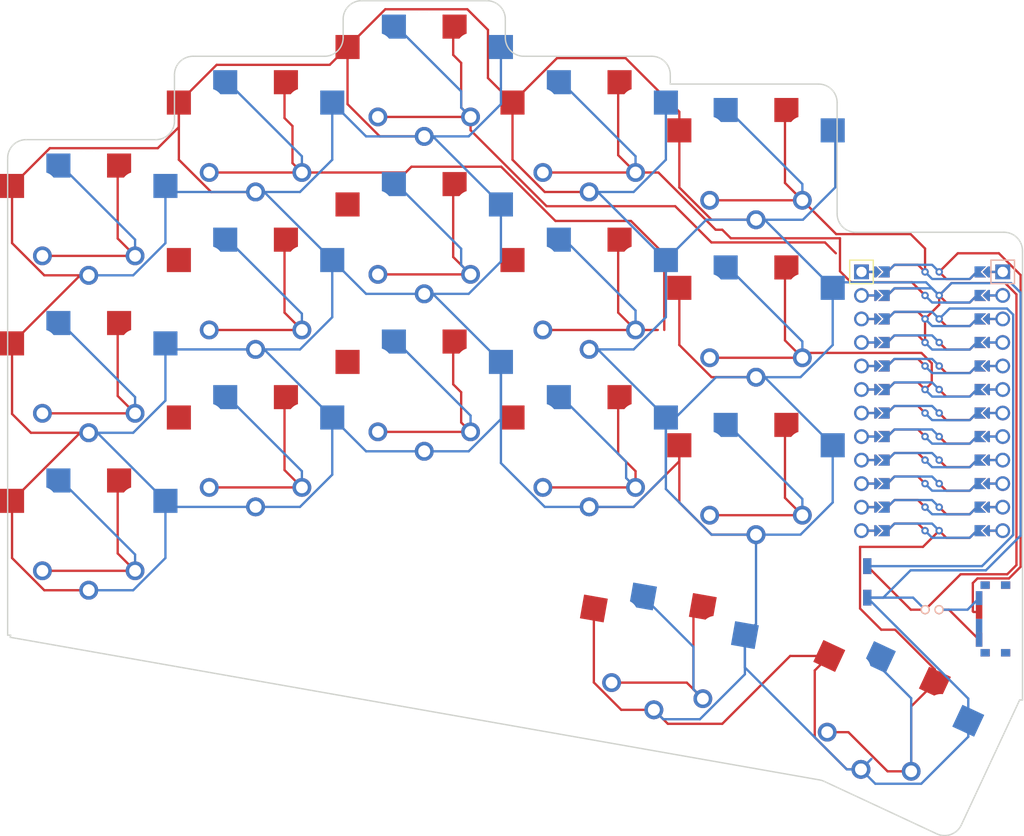
<source format=kicad_pcb>
(kicad_pcb (version 20211014) (generator pcbnew)
  (title_block (title "lazy_ferris") (rev "v1.0.0") (company "Unknown"))
  (layers (0 "F.Cu" signal) (31 "B.Cu" signal) (34 "B.Paste" user) (35 "F.Paste" user) (36 "B.SilkS" user "B.Silkscreen") (37 "F.SilkS" user "F.Silkscreen") (38 "B.Mask" user) (39 "F.Mask" user) (44 "Edge.Cuts" user))
  (net 0 "")
  (net 1 "P16")
  (net 2 "GND")
  (net 3 "P5")
  (net 4 "P20")
  (net 5 "P7")
  (net 6 "P18")
  (net 7 "P2")
  (net 8 "P14")
  (net 9 "P4")
  (net 10 "P21")
  (net 11 "P6")
  (net 12 "P19")
  (net 13 "P0")
  (net 14 "P15")
  (net 15 "P3")
  (net 16 "P1")
  (net 17 "P8")
  (net 18 "P10")
  (net 19 "RAW")
  (net 20 "RST")
  (net 21 "VCC")
  (net 22 "P9")
  (net 23 "pos")
  (footprint "lib:bat" (layer "F.Cu") (at 109 8 -90)
    (fp_text reference "")
    (fp_text value "")
  )
  (footprint "PG1350" (layer "F.Cu") (at 90 -23)
    (fp_text reference "S27" hide)
    (fp_text value "" hide)
  )
  (footprint "Button_Switch_SMD:SW_SPST_B3U-1000P" (layer "F.Cu") (at 102 5 -90)
    (fp_text reference "")
    (fp_text value "")
  )
  (footprint "PG1350" (layer "F.Cu") (at 18 0 180)
    (fp_text reference "S2" hide)
    (fp_text value "" hide)
  )
  (footprint "PG1350" (layer "F.Cu") (at 72 -43 180)
    (fp_text reference "S24" hide)
    (fp_text value "" hide)
  )
  (footprint "PG1350" (layer "F.Cu") (at 36 -43 180)
    (fp_text reference "S12" hide)
    (fp_text value "" hide)
  )
  (footprint "PG1350" (layer "F.Cu") (at 72 -26)
    (fp_text reference "S21" hide)
    (fp_text value "" hide)
  )
  (footprint "PG1350" (layer "F.Cu") (at 54.2 -49 180)
    (fp_text reference "S18" hide)
    (fp_text value "" hide)
  )
  (footprint "PG1350" (layer "F.Cu") (at 18 -34 180)
    (fp_text reference "S6" hide)
    (fp_text value "" hide)
  )
  (footprint "PG1350" (layer "F.Cu") (at 72 -9)
    (fp_text reference "S19" hide)
    (fp_text value "" hide)
  )
  (footprint "PG1350" (layer "F.Cu") (at 72 -43)
    (fp_text reference "S23" hide)
    (fp_text value "" hide)
  )
  (footprint "PG1350" (layer "F.Cu") (at 18 0)
    (fp_text reference "S1" hide)
    (fp_text value "" hide)
  )
  (footprint "PG1350" (layer "F.Cu") (at 36 -26 180)
    (fp_text reference "S10" hide)
    (fp_text value "" hide)
  )
  (footprint "PG1350" (layer "F.Cu") (at 18 -17 180)
    (fp_text reference "S4" hide)
    (fp_text value "" hide)
  )
  (footprint "PG1350" (layer "F.Cu") (at 36 -9)
    (fp_text reference "S7" hide)
    (fp_text value "" hide)
  )
  (footprint "PG1350" (layer "F.Cu") (at 72 -9 180)
    (fp_text reference "S20" hide)
    (fp_text value "" hide)
  )
  (footprint "PG1350" (layer "F.Cu") (at 80 13 -10)
    (fp_text reference "S31" hide)
    (fp_text value "" hide)
  )
  (footprint "PG1350" (layer "F.Cu") (at 54.2 -49)
    (fp_text reference "S17" hide)
    (fp_text value "" hide)
  )
  (footprint "PG1350" (layer "F.Cu") (at 103.816891 19.893564 -25)
    (fp_text reference "S33" hide)
    (fp_text value "" hide)
  )
  (footprint "PG1350" (layer "F.Cu") (at 54.2 -15)
    (fp_text reference "S13" hide)
    (fp_text value "" hide)
  )
  (footprint "PG1350" (layer "F.Cu") (at 54.2 -32 180)
    (fp_text reference "S16" hide)
    (fp_text value "" hide)
  )
  (footprint "PG1350" (layer "F.Cu") (at 36 -9 180)
    (fp_text reference "S8" hide)
    (fp_text value "" hide)
  )
  (footprint "PG1350" (layer "F.Cu") (at 90 -6 180)
    (fp_text reference "S26" hide)
    (fp_text value "" hide)
  )
  (footprint "PG1350" (layer "F.Cu") (at 36 -26)
    (fp_text reference "S9" hide)
    (fp_text value "" hide)
  )
  (footprint "PG1350" (layer "F.Cu") (at 54.2 -32)
    (fp_text reference "S15" hide)
    (fp_text value "" hide)
  )
  (footprint "PG1350" (layer "F.Cu") (at 90 -23 180)
    (fp_text reference "S28" hide)
    (fp_text value "" hide)
  )
  (footprint "Button_Switch_SMD:SW_SPDT_PCM12" (layer "F.Cu") (at 115.5 9 90)
    (fp_text reference "")
    (fp_text value "")
  )
  (footprint "PG1350" (layer "F.Cu") (at 90 -6)
    (fp_text reference "S25" hide)
    (fp_text value "" hide)
  )
  (footprint "PG1350" (layer "F.Cu") (at 36 -43)
    (fp_text reference "S11" hide)
    (fp_text value "" hide)
  )
  (footprint "PG1350" (layer "F.Cu") (at 18 -17)
    (fp_text reference "S3" hide)
    (fp_text value "" hide)
  )
  (footprint "PG1350" (layer "F.Cu") (at 18 -34)
    (fp_text reference "S5" hide)
    (fp_text value "" hide)
  )
  (footprint "PG1350" (layer "F.Cu") (at 103.816891 19.893564 155)
    (fp_text reference "S34" hide)
    (fp_text value "" hide)
  )
  (footprint "PG1350" (layer "F.Cu") (at 80 13 170)
    (fp_text reference "S32" hide)
    (fp_text value "" hide)
  )
  (footprint "PG1350" (layer "F.Cu") (at 72 -26 180)
    (fp_text reference "S22" hide)
    (fp_text value "" hide)
  )
  (footprint "PG1350" (layer "F.Cu") (at 90 -40 180)
    (fp_text reference "S30" hide)
    (fp_text value "" hide)
  )
  (footprint "PG1350" (layer "F.Cu") (at 54.2 -15 180)
    (fp_text reference "S14" hide)
    (fp_text value "" hide)
  )
  (footprint "ProMicro" (layer "F.Cu") (at 109 -14.5 -90)
    (fp_text reference "MCU1" hide)
    (fp_text value "")
  )
  (footprint "PG1350" (layer "F.Cu") (at 90 -40)
    (fp_text reference "S29" hide)
    (fp_text value "" hide)
  )
  (gr_arc (start 96.865975 26.382049) (mid 97.12009 26.444231) (end 97.363915 26.539049) (layer "Edge.Cuts") (width 0.15))
  (gr_line (start 9.25 10.75) (end 9.25 -40.75) (layer "Edge.Cuts") (width 0.15))
  (gr_line (start 80.75 -48.75) (end 96.75 -48.75) (layer "Edge.Cuts") (width 0.15))
  (gr_arc (start 9.25 -40.75) (mid 9.835786 -42.164214) (end 11.25 -42.75) (layer "Edge.Cuts") (width 0.15))
  (gr_line (start 97.363915 26.539049) (end 109.499266 32.197857) (layer "Edge.Cuts") (width 0.15))
  (gr_arc (start 78.75 -51.75) (mid 80.164214 -51.164214) (end 80.75 -49.75) (layer "Edge.Cuts") (width 0.15))
  (gr_line (start 27.25 -49.75) (end 27.25 -44.75) (layer "Edge.Cuts") (width 0.15))
  (gr_arc (start 60.95 -57.75) (mid 62.364214 -57.164214) (end 62.95 -55.75) (layer "Edge.Cuts") (width 0.15))
  (gr_line (start 60.95 -57.75) (end 47.45 -57.75) (layer "Edge.Cuts") (width 0.15))
  (gr_line (start 9.529765 10.982319) (end 96.865974 26.382049) (layer "Edge.Cuts") (width 0.15))
  (gr_arc (start 45.45 -53.75) (mid 44.864214 -52.335786) (end 43.45 -51.75) (layer "Edge.Cuts") (width 0.15))
  (gr_line (start 112.157118 31.230478) (end 118.443168 17.75) (layer "Edge.Cuts") (width 0.15))
  (gr_line (start 62.95 -53.75) (end 62.95 -55.75) (layer "Edge.Cuts") (width 0.15))
  (gr_line (start 9.57073 10.75) (end 9.25 10.75) (layer "Edge.Cuts") (width 0.15))
  (gr_arc (start 27.25 -49.75) (mid 27.835786 -51.164214) (end 29.25 -51.75) (layer "Edge.Cuts") (width 0.15))
  (gr_line (start 64.95 -51.75) (end 78.75 -51.75) (layer "Edge.Cuts") (width 0.15))
  (gr_line (start 118.75 17.75) (end 118.75 -30.75) (layer "Edge.Cuts") (width 0.15))
  (gr_line (start 9.529765 10.982319) (end 9.57073 10.75) (layer "Edge.Cuts") (width 0.15))
  (gr_arc (start 27.25 -44.75) (mid 26.664214 -43.335786) (end 25.25 -42.75) (layer "Edge.Cuts") (width 0.15))
  (gr_line (start 118.75 17.75) (end 118.443168 17.75) (layer "Edge.Cuts") (width 0.15))
  (gr_arc (start 112.157118 31.230478) (mid 111.028543 32.264626) (end 109.499266 32.197856) (layer "Edge.Cuts") (width 0.15))
  (gr_arc (start 96.75 -48.75) (mid 98.164214 -48.164214) (end 98.75 -46.75) (layer "Edge.Cuts") (width 0.15))
  (gr_line (start 98.75 -34.75) (end 98.75 -46.75) (layer "Edge.Cuts") (width 0.15))
  (gr_line (start 11.25 -42.75) (end 25.25 -42.75) (layer "Edge.Cuts") (width 0.15))
  (gr_line (start 80.75 -48.75) (end 80.75 -49.75) (layer "Edge.Cuts") (width 0.15))
  (gr_line (start 29.25 -51.75) (end 43.45 -51.75) (layer "Edge.Cuts") (width 0.15))
  (gr_arc (start 116.75 -32.75) (mid 118.164214 -32.164214) (end 118.75 -30.75) (layer "Edge.Cuts") (width 0.15))
  (gr_line (start 100.75 -32.75) (end 116.75 -32.75) (layer "Edge.Cuts") (width 0.15))
  (gr_arc (start 64.95 -51.75) (mid 63.535786 -52.335786) (end 62.95 -53.75) (layer "Edge.Cuts") (width 0.15))
  (gr_line (start 45.45 -55.75) (end 45.45 -53.75) (layer "Edge.Cuts") (width 0.15))
  (gr_arc (start 100.75 -32.75) (mid 99.335786 -33.335786) (end 98.75 -34.75) (layer "Edge.Cuts") (width 0.15))
  (gr_arc (start 45.45 -55.75) (mid 46.035786 -57.164214) (end 47.45 -57.75) (layer "Edge.Cuts") (width 0.15))
  (segment (start 21.124999 -5.799999) (end 21.275 -5.95) (width 0.25) (layer "F.Cu") (net 1))
  (segment (start 23 3.8) (end 21.124999 1.924999) (width 0.25) (layer "F.Cu") (net 1))
  (segment (start 21.124999 1.924999) (end 21.124999 -5.799999) (width 0.25) (layer "F.Cu") (net 1))
  (segment (start 23 3.8) (end 13 3.8) (width 0.25) (layer "F.Cu") (net 1))
  (segment (start 15.005001 -5.95) (end 14.725 -5.95) (width 0.25) (layer "B.Cu") (net 1))
  (segment (start 23 3.8) (end 23 2.044999) (width 0.25) (layer "B.Cu") (net 1))
  (segment (start 23 2.044999) (end 15.005001 -5.95) (width 0.25) (layer "B.Cu") (net 1))
  (segment (start 54.2 -43.1) (end 49.403539 -43.1) (width 0.25) (layer "F.Cu") (net 2))
  (segment (start 90 -0.1) (end 85.203539 -0.1) (width 0.25) (layer "F.Cu") (net 2))
  (segment (start 81.725 -9.75) (end 81.725 -8.028539) (width 0.25) (layer "F.Cu") (net 2))
  (segment (start 67.203539 -37.1) (end 63.725 -40.578539) (width 0.25) (layer "F.Cu") (net 2))
  (segment (start 109.762 -24.914) (end 108.238 -23.39) (width 0.25) (layer "F.Cu") (net 2))
  (segment (start 61.076382 -54.598618) (end 58.849999 -56.825001) (width 0.25) (layer "F.Cu") (net 2))
  (segment (start 18 -11.1) (end 11.76 -11.1) (width 0.25) (layer "F.Cu") (net 2))
  (segment (start 75.455974 18.810366) (end 78.975476 18.810366) (width 0.25) (layer "F.Cu") (net 2))
  (segment (start 86.36 20.32) (end 93.682256 12.997744) (width 0.25) (layer "F.Cu") (net 2))
  (segment (start 85.203539 -0.1) (end 81.725 -3.578539) (width 0.25) (layer "F.Cu") (net 2))
  (segment (start 18 -28.1) (end 13.203539 -28.1) (width 0.25) (layer "F.Cu") (net 2))
  (segment (start 78.975476 18.810366) (end 80.48511 20.32) (width 0.25) (layer "F.Cu") (net 2))
  (segment (start 96.338403 21.779903) (end 96.338403 14.561354) (width 0.25) (layer "F.Cu") (net 2))
  (segment (start 81.725 -20.578539) (end 81.725 -26.75) (width 0.25) (layer "F.Cu") (net 2))
  (segment (start 9.725 2.421461) (end 9.725 -3.75) (width 0.25) (layer "F.Cu") (net 2))
  (segment (start 81.725 -45.75) (end 75.925 -51.55) (width 0.25) (layer "F.Cu") (net 2))
  (segment (start 17.075 -28.1) (end 9.725 -20.75) (width 0.25) (layer "F.Cu") (net 2))
  (segment (start 118.1 -26.040991) (end 116.886991 -27.254) (width 0.25) (layer "F.Cu") (net 2))
  (segment (start 18 -28.1) (end 17.075 -28.1) (width 0.25) (layer "F.Cu") (net 2))
  (segment (start 63.725 -46.75) (end 61.076382 -49.398618) (width 0.25) (layer "F.Cu") (net 2))
  (segment (start 90 -17.1) (end 85.203539 -17.1) (width 0.25) (layer "F.Cu") (net 2))
  (segment (start 75.925 -51.55) (end 68.525 -51.55) (width 0.25) (layer "F.Cu") (net 2))
  (segment (start 96.338403 14.561354) (end 97.902013 12.997744) (width 0.25) (layer "F.Cu") (net 2))
  (segment (start 13.203539 5.9) (end 9.725 2.421461) (width 0.25) (layer "F.Cu") (net 2))
  (segment (start 101.323443 25.24078) (end 99.79928 25.24078) (width 0.25) (layer "F.Cu") (net 2))
  (segment (start 72.501897 7.870032) (end 72.501897 15.856289) (width 0.25) (layer "F.Cu") (net 2))
  (segment (start 49.403539 -43.1) (end 45.925 -46.578539) (width 0.25) (layer "F.Cu") (net 2))
  (segment (start 81.725 -3.578539) (end 81.725 -9.75) (width 0.25) (layer "F.Cu") (net 2))
  (segment (start 9.725 -13.135) (end 9.725 -20.75) (width 0.25) (layer "F.Cu") (net 2))
  (segment (start 106.7 8) (end 102 3.3) (width 0.25) (layer "F.Cu") (net 2))
  (segment (start 90 -34.1) (end 85.203539 -34.1) (width 0.25) (layer "F.Cu") (net 2))
  (segment (start 9.725 -31.578539) (end 9.725 -37.75) (width 0.25) (layer "F.Cu") (net 2))
  (segment (start 50.000001 -56.825001) (end 45.925 -52.75) (width 0.25) (layer "F.Cu") (net 2))
  (segment (start 63.725 -40.578539) (end 63.725 -46.75) (width 0.25) (layer "F.Cu") (net 2))
  (segment (start 27.725 -46.75) (end 27.725 -44.102306) (width 0.25) (layer "F.Cu") (net 2))
  (segment (start 45.925 -52.75) (end 44.000001 -50.825001) (width 0.25) (layer "F.Cu") (net 2))
  (segment (start 58.849999 -56.825001) (end 50.000001 -56.825001) (width 0.25) (layer "F.Cu") (net 2))
  (segment (start 17.075 -11.1) (end 9.725 -3.75) (width 0.25) (layer "F.Cu") (net 2))
  (segment (start 72.501897 15.856289) (end 75.455974 18.810366) (width 0.25) (layer "F.Cu") (net 2))
  (segment (start 112.075 4.175) (end 117.108604 4.175) (width 0.25) (layer "F.Cu") (net 2))
  (segment (start 27.725 -44.102306) (end 25.447695 -41.825001) (width 0.25) (layer "F.Cu") (net 2))
  (segment (start 76.796461 -3.1) (end 72 -3.1) (width 0.25) (layer "F.Cu") (net 2))
  (segment (start 44.000001 -50.825001) (end 31.800001 -50.825001) (width 0.25) (layer "F.Cu") (net 2))
  (segment (start 116.886991 -27.254) (end 111.086 -27.254) (width 0.25) (layer "F.Cu") (net 2))
  (segment (start 11.76 -11.1) (end 9.725 -13.135) (width 0.25) (layer "F.Cu") (net 2))
  (segment (start 31.203539 -37.1) (end 27.725 -40.578539) (width 0.25) (layer "F.Cu") (net 2))
  (segment (start 13.800001 -41.825001) (end 9.725 -37.75) (width 0.25) (layer "F.Cu") (net 2))
  (segment (start 81.725 -43.75) (end 81.725 -45.75) (width 0.25) (layer "F.Cu") (net 2))
  (segment (start 93.682256 12.997744) (end 97.902013 12.997744) (width 0.25) (layer "F.Cu") (net 2))
  (segment (start 61.076382 -49.398618) (end 61.076382 -54.598618) (width 0.25) (layer "F.Cu") (net 2))
  (segment (start 27.725 -40.578539) (end 27.725 -46.75) (width 0.25) (layer "F.Cu") (net 2))
  (segment (start 85.203539 -17.1) (end 81.725 -20.578539) (width 0.25) (layer "F.Cu") (net 2))
  (segment (start 18 -11.1) (end 17.075 -11.1) (width 0.25) (layer "F.Cu") (net 2))
  (segment (start 13.203539 -28.1) (end 9.725 -31.578539) (width 0.25) (layer "F.Cu") (net 2))
  (segment (start 31.800001 -50.825001) (end 27.725 -46.75) (width 0.25) (layer "F.Cu") (net 2))
  (segment (start 111.086 -27.254) (end 109.762 -25.93) (width 0.25) (layer "F.Cu") (net 2))
  (segment (start 36 -37.1) (end 31.203539 -37.1) (width 0.25) (layer "F.Cu") (net 2))
  (segment (start 118.1 3.183604) (end 118.1 -26.040991) (width 0.25) (layer "F.Cu") (net 2))
  (segment (start 81.725 -37.578539) (end 81.725 -43.75) (width 0.25) (layer "F.Cu") (net 2))
  (segment (start 108.25 8) (end 112.075 4.175) (width 0.25) (layer "F.Cu") (net 2))
  (segment (start 68.525 -51.55) (end 63.725 -46.75) (width 0.25) (layer "F.Cu") (net 2))
  (segment (start 85.203539 -34.1) (end 81.725 -37.578539) (width 0.25) (layer "F.Cu") (net 2))
  (segment (start 72 -37.1) (end 67.203539 -37.1) (width 0.25) (layer "F.Cu") (net 2))
  (segment (start 117.108604 4.175) (end 118.1 3.183604) (width 0.25) (layer "F.Cu") (net 2))
  (segment (start 109.762 -25.93) (end 109.762 -24.914) (width 0.25) (layer "F.Cu") (net 2))
  (segment (start 45.925 -46.578539) (end 45.925 -52.75) (width 0.25) (layer "F.Cu") (net 2))
  (segment (start 108.25 8) (end 106.7 8) (width 0.25) (layer "F.Cu") (net 2))
  (segment (start 108.238 -23.39) (end 108.238 -20.85) (width 0.25) (layer "F.Cu") (net 2))
  (segment (start 81.725 -8.028539) (end 76.796461 -3.1) (width 0.25) (layer "F.Cu") (net 2))
  (segment (start 25.447695 -41.825001) (end 13.800001 -41.825001) (width 0.25) (layer "F.Cu") (net 2))
  (segment (start 99.79928 25.24078) (end 96.338403 21.779903) (width 0.25) (layer "F.Cu") (net 2))
  (segment (start 80.48511 20.32) (end 86.36 20.32) (width 0.25) (layer "F.Cu") (net 2))
  (segment (start 18 5.9) (end 13.203539 5.9) (width 0.25) (layer "F.Cu") (net 2))
  (segment (start 72.925 -20.1) (end 80.275 -12.75) (width 0.25) (layer "B.Cu") (net 2))
  (segment (start 72 -37.1) (end 76.796461 -37.1) (width 0.25) (layer "B.Cu") (net 2))
  (segment (start 72 -20.1) (end 72.925 -20.1) (width 0.25) (layer "B.Cu") (net 2))
  (segment (start 106.95 6.7) (end 108.25 8) (width 0.25) (layer "B.Cu") (net 2))
  (segment (start 107.828375 26.791625) (end 112.901406 21.718594) (width 0.25) (layer "B.Cu") (net 2))
  (segment (start 85.203539 -0.1) (end 80.275 -5.028539) (width 0.25) (layer "B.Cu") (net 2))
  (segment (start 112.901406 21.718594) (end 112.901406 19.992076) (width 0.25) (layer "B.Cu") (net 2))
  (segment (start 94.796461 -17.1) (end 98.275 -20.578539) (width 0.25) (layer "B.Cu") (net 2))
  (segment (start 90 -17.1) (end 94.796461 -17.1) (width 0.25) (layer "B.Cu") (net 2))
  (segment (start 62.475 -7.828539) (end 62.475 -18.75) (width 0.25) (layer "B.Cu") (net 2))
  (segment (start 47.925 -26.1) (end 44.275 -29.75) (width 0.25) (layer "B.Cu") (net 2))
  (segment (start 102 6.7) (end 103.73 6.7) (width 0.25) (layer "B.Cu") (net 2))
  (segment (start 40.796461 -37.1) (end 44.275 -40.578539) (width 0.25) (layer "B.Cu") (net 2))
  (segment (start 54.2 -43.1) (end 55.125 -43.1) (width 0.25) (layer "B.Cu") (net 2))
  (segment (start 26.925 -37.1) (end 26.275 -37.75) (width 0.25) (layer "B.Cu") (net 2))
  (segment (start 84.625 -34.1) (end 90 -34.1) (width 0.25) (layer "B.Cu") (net 2))
  (segment (start 54.2 -26.1) (end 47.925 -26.1) (width 0.25) (layer "B.Cu") (net 2))
  (segment (start 94.796461 -0.1) (end 90 -0.1) (width 0.25) (layer "B.Cu") (net 2))
  (segment (start 95.06 -34.1) (end 98.55 -37.59) (width 0.25) (layer "B.Cu") (net 2))
  (segment (start 85.68 -17.1) (end 81.33 -12.75) (width 0.25) (layer "B.Cu") (net 2))
  (segment (start 90 -34.1) (end 95.06 -34.1) (width 0.25) (layer "B.Cu") (net 2))
  (segment (start 54.2 -9.1) (end 47.925 -9.1) (width 0.25) (layer "B.Cu") (net 2))
  (segment (start 18 -28.1) (end 22.796461 -28.1) (width 0.25) (layer "B.Cu") (net 2))
  (segment (start 72 -20.1) (end 76.796461 -20.1) (width 0.25) (layer "B.Cu") (net 2))
  (segment (start 98.275 -26.75) (end 98.87 -27.345) (width 0.25) (layer "B.Cu") (net 2))
  (segment (start 80.275 -6.578539) (end 80.275 -12.75) (width 0.25) (layer "B.Cu") (net 2))
  (segment (start 90 9.544375) (end 88.800465 10.74391) (width 0.25) (layer "B.Cu") (net 2))
  (segment (start 54.2 -43.1) (end 58.996461 -43.1) (width 0.25) (layer "B.Cu") (net 2))
  (segment (start 112.901406 17.601406) (end 112.901406 19.992076) (width 0.25) (layer "B.Cu") (net 2))
  (segment (start 36 -20.1) (end 36.925 -20.1) (width 0.25) (layer "B.Cu") (net 2))
  (segment (start 72 -37.1) (end 72.925 -37.1) (width 0.25) (layer "B.Cu") (net 2))
  (segment (start 88.800465 14.970682) (end 88.800465 10.74391) (width 0.25) (layer "B.Cu") (net 2))
  (segment (start 18.925 -11.1) (end 26.275 -3.75) (width 0.25) (layer "B.Cu") (net 2))
  (segment (start 62.475 -46.578539) (end 62.475 -52.75) (width 0.25) (layer "B.Cu") (net 2))
  (segment (start 103.73 6.7) (end 106.68 3.75) (width 0.25) (layer "B.Cu") (net 2))
  (segment (start 67.203539 -3.1) (end 62.475 -7.828539) (width 0.25) (layer "B.Cu") (net 2))
  (segment (start 114.8 3.75) (end 118.55 0) (width 0.25) (layer "B.Cu") (net 2))
  (segment (start 18 -11.1) (end 18.925 -11.1) (width 0.25) (layer "B.Cu") (net 2))
  (segment (start 36.925 -37.1) (end 44.275 -29.75) (width 0.25) (layer "B.Cu") (net 2))
  (segment (start 80.275 -23.578539) (end 80.275 -29.75) (width 0.25) (layer "B.Cu") (net 2))
  (segment (start 36 -37.1) (end 26.925 -37.1) (width 0.25) (layer "B.Cu") (net 2))
  (segment (start 55.125 -26.1) (end 62.475 -18.75) (width 0.25) (layer "B.Cu") (net 2))
  (segment (start 40.796461 -3.1) (end 44.275 -6.578539) (width 0.25) (layer "B.Cu") (net 2))
  (segment (start 98.55 -37.59) (end 98.55 -43.475) (width 0.25) (layer "B.Cu") (net 2))
  (segment (start 102 6.7) (end 106.95 6.7) (width 0.25) (layer "B.Cu") (net 2))
  (segment (start 54.2 -43.1) (end 47.925 -43.1) (width 0.25) (layer "B.Cu") (net 2))
  (segment (start 111.086 -27.254) (end 109.762 -25.93) (width 0.25) (layer "B.Cu") (net 2))
  (segment (start 81.33 -12.75) (end 80.275 -12.75) (width 0.25) (layer "B.Cu") (net 2))
  (segment (start 90 -34.1) (end 90.925 -34.1) (width 0.25) (layer "B.Cu") (net 2))
  (segment (start 26.925 -20.1) (end 26.275 -20.75) (width 0.25) (layer "B.Cu") (net 2))
  (segment (start 80.275 -5.028539) (end 80.275 -12.75) (width 0.25) (layer "B.Cu") (net 2))
  (segment (start 26.925 -3.1) (end 26.275 -3.75) (width 0.25) (layer "B.Cu") (net 2))
  (segment (start 106.68 3.75) (end 114.8 3.75) (width 0.25) (layer "B.Cu") (net 2))
  (segment (start 72 -3.1) (end 76.796461 -3.1) (width 0.25) (layer "B.Cu") (net 2))
  (segment (start 44.275 -23.578539) (end 44.275 -29.75) (width 0.25) (layer "B.Cu") (net 2))
  (segment (start 36 -20.1) (end 26.925 -20.1) (width 0.25) (layer "B.Cu") (net 2))
  (segment (start 55.125 -43.1) (end 62.475 -35.75) (width 0.25) (layer "B.Cu") (net 2))
  (segment (start 90 -0.1) (end 90 9.544375) (width 0.25) (layer "B.Cu") (net 2))
  (segment (start 36 -37.1) (end 36.925 -37.1) (width 0.25) (layer "B.Cu") (net 2))
  (segment (start 26.275 -31.578539) (end 26.275 -37.75) (width 0.25) (layer "B.Cu") (net 2))
  (segment (start 22.796461 -28.1) (end 26.275 -31.578539) (width 0.25) (layer "B.Cu") (net 2))
  (segment (start 90 -17.1) (end 90.925 -17.1) (width 0.25) (layer "B.Cu") (net 2))
  (segment (start 40.796461 -20.1) (end 44.275 -23.578539) (width 0.25) (layer "B.Cu") (net 2))
  (segment (start 62.475 -29.578539) (end 62.475 -35.75) (width 0.25) (layer "B.Cu") (net 2))
  (segment (start 36 -20.1) (end 40.796461 -20.1) (width 0.25) (layer "B.Cu") (net 2))
  (segment (start 76.796461 -20.1) (end 80.275 -23.578539) (width 0.25) (layer "B.Cu") (net 2))
  (segment (start 99.79928 25.24078) (end 88.800465 14.241965) (width 0.25) (layer "B.Cu") (net 2))
  (segment (start 98.87 -27.345) (end 108.347 -27.345) (width 0.25) (layer "B.Cu") (net 2))
  (segment (start 26.275 2.421461) (end 26.275 -3.75) (width 0.25) (layer "B.Cu") (net 2))
  (segment (start 58.996461 -26.1) (end 62.475 -29.578539) (width 0.25) (layer "B.Cu") (net 2))
  (segment (start 118.55 0) (end 118.55 -26.23) (width 0.25) (layer "B.Cu") (net 2))
  (segment (start 98.55 -43.475) (end 98.275 -43.75) (width 0.25) (layer "B.Cu") (net 2))
  (segment (start 36 -3.1) (end 26.925 -3.1) (width 0.25) (layer "B.Cu") (net 2))
  (segment (start 80.275 -40.578539) (end 80.275 -46.75) (width 0.25) (layer "B.Cu") (net 2))
  (segment (start 36.925 -20.1) (end 44.275 -12.75) (width 0.25) (layer "B.Cu") (net 2))
  (segment (start 62.475 -12.578539) (end 62.475 -18.75) (width 0.25) (layer "B.Cu") (net 2))
  (segment (start 101.323443 25.24078) (end 99.79928 25.24078) (width 0.25) (layer "B.Cu") (net 2))
  (segment (start 90 -0.1) (end 85.203539 -0.1) (width 0.25) (layer "B.Cu") (net 2))
  (segment (start 54.2 -26.1) (end 55.125 -26.1) (width 0.25) (layer "B.Cu") (net 2))
  (segment (start 47.925 -9.1) (end 44.275 -12.75) (width 0.25) (layer "B.Cu") (net 2))
  (segment (start 80.275 -29.75) (end 84.625 -34.1) (width 0.25) (layer "B.Cu") (net 2))
  (segment (start 98.275 -3.578539) (end 94.796461 -0.1) (width 0.25) (layer "B.Cu") (net 2))
  (segment (start 22.796461 5.9) (end 26.275 2.421461) (width 0.25) (layer "B.Cu") (net 2))
  (segment (start 83.944782 19.826365) (end 88.800465 14.970682) (width 0.25) (layer "B.Cu") (net 2))
  (segment (start 117.526 -27.254) (end 111.086 -27.254) (width 0.25) (layer "B.Cu") (net 2))
  (segment (start 36 -37.1) (end 40.796461 -37.1) (width 0.25) (layer "B.Cu") (net 2))
  (segment (start 18 5.9) (end 22.796461 5.9) (width 0.25) (layer "B.Cu") (net 2))
  (segment (start 76.796461 -3.1) (end 80.275 -6.578539) (width 0.25) (layer "B.Cu") (net 2))
  (segment (start 58.996461 -43.1) (end 62.475 -46.578539) (width 0.25) (layer "B.Cu") (net 2))
  (segment (start 78.975476 18.810366) (end 79.991475 19.826365) (width 0.25) (layer "B.Cu") (net 2))
  (segment (start 101.323443 25.24078) (end 102.874288 26.791625) (width 0.25) (layer "B.Cu") (net 2))
  (segment (start 54.2 -9.1) (end 58.996461 -9.1) (width 0.25) (layer "B.Cu") (net 2))
  (segment (start 36 -3.1) (end 40.796461 -3.1) (width 0.25) (layer "B.Cu") (net 2))
  (segment (start 44.275 -40.578539) (end 44.275 -46.75) (width 0.25) (layer "B.Cu") (net 2))
  (segment (start 90.925 -17.1) (end 98.275 -9.75) (width 0.25) (layer "B.Cu") (net 2))
  (segment (start 88.800465 14.241965) (end 88.800465 10.74391) (width 0.25) (layer "B.Cu") (net 2))
  (segment (start 47.925 -43.1) (end 44.275 -46.75) (width 0.25) (layer "B.Cu") (net 2))
  (segment (start 58.996461 -9.1) (end 62.475 -12.578539) (width 0.25) (layer "B.Cu") (net 2))
  (segment (start 118.55 -26.23) (end 117.526 -27.254) (width 0.25) (layer "B.Cu") (net 2))
  (segment (start 102.454598 24.109625) (end 101.323443 25.24078) (width 0.25) (layer "B.Cu") (net 2))
  (segment (start 54.2 -26.1) (end 58.996461 -26.1) (width 0.25) (layer "B.Cu") (net 2))
  (segment (start 102 6.7) (end 112.901406 17.601406) (width 0.25) (layer "B.Cu") (net 2))
  (segment (start 76.796461 -37.1) (end 80.275 -40.578539) (width 0.25) (layer "B.Cu") (net 2))
  (segment (start 90.925 -34.1) (end 98.275 -26.75) (width 0.25) (layer "B.Cu") (net 2))
  (segment (start 108.347 -27.345) (end 109.762 -25.93) (width 0.25) (layer "B.Cu") (net 2))
  (segment (start 22.796461 -11.1) (end 26.275 -14.578539) (width 0.25) (layer "B.Cu") (net 2))
  (segment (start 102.874288 26.791625) (end 107.828375 26.791625) (width 0.25) (layer "B.Cu") (net 2))
  (segment (start 79.991475 19.826365) (end 83.944782 19.826365) (width 0.25) (layer "B.Cu") (net 2))
  (segment (start 72.925 -37.1) (end 80.275 -29.75) (width 0.25) (layer "B.Cu") (net 2))
  (segment (start 98.275 -9.75) (end 98.275 -3.578539) (width 0.25) (layer "B.Cu") (net 2))
  (segment (start 98.275 -20.578539) (end 98.275 -26.75) (width 0.25) (layer "B.Cu") (net 2))
  (segment (start 44.275 -6.578539) (end 44.275 -12.75) (width 0.25) (layer "B.Cu") (net 2))
  (segment (start 90 -17.1) (end 85.68 -17.1) (width 0.25) (layer "B.Cu") (net 2))
  (segment (start 72 -3.1) (end 67.203539 -3.1) (width 0.25) (layer "B.Cu") (net 2))
  (segment (start 18 -11.1) (end 22.796461 -11.1) (width 0.25) (layer "B.Cu") (net 2))
  (segment (start 26.275 -14.578539) (end 26.275 -20.75) (width 0.25) (layer "B.Cu") (net 2))
  (segment (start 21.124999 -22.799999) (end 21.275 -22.95) (width 0.25) (layer "F.Cu") (net 3))
  (segment (start 23 -13.2) (end 21.124999 -15.075001) (width 0.25) (layer "F.Cu") (net 3))
  (segment (start 23 -13.2) (end 13 -13.2) (width 0.25) (layer "F.Cu") (net 3))
  (segment (start 21.124999 -15.075001) (end 21.124999 -22.799999) (width 0.25) (layer "F.Cu") (net 3))
  (segment (start 23 -14.955001) (end 15.005001 -22.95) (width 0.25) (layer "B.Cu") (net 3))
  (segment (start 23 -13.2) (end 23 -14.955001) (width 0.25) (layer "B.Cu") (net 3))
  (segment (start 15.005001 -22.95) (end 14.725 -22.95) (width 0.25) (layer "B.Cu") (net 3))
  (segment (start 21.124999 -32.075001) (end 21.124999 -39.799999) (width 0.25) (layer "F.Cu") (net 4))
  (segment (start 23 -30.2) (end 21.124999 -32.075001) (width 0.25) (layer "F.Cu") (net 4))
  (segment (start 23 -30.2) (end 13 -30.2) (width 0.25) (layer "F.Cu") (net 4))
  (segment (start 21.124999 -39.799999) (end 21.275 -39.95) (width 0.25) (layer "F.Cu") (net 4))
  (segment (start 23 -30.2) (end 23 -31.955001) (width 0.25) (layer "B.Cu") (net 4))
  (segment (start 23 -31.955001) (end 15.005001 -39.95) (width 0.25) (layer "B.Cu") (net 4))
  (segment (start 15.005001 -39.95) (end 14.725 -39.95) (width 0.25) (layer "B.Cu") (net 4))
  (segment (start 39.124999 -14.799999) (end 39.275 -14.95) (width 0.25) (layer "F.Cu") (net 5))
  (segment (start 41 -5.2) (end 31 -5.2) (width 0.25) (layer "F.Cu") (net 5))
  (segment (start 39.124999 -7.075001) (end 39.124999 -14.799999) (width 0.25) (layer "F.Cu") (net 5))
  (segment (start 41 -5.2) (end 39.124999 -7.075001) (width 0.25) (layer "F.Cu") (net 5))
  (segment (start 33.005001 -14.95) (end 32.725 -14.95) (width 0.25) (layer "B.Cu") (net 5))
  (segment (start 41 -6.955001) (end 33.005001 -14.95) (width 0.25) (layer "B.Cu") (net 5))
  (segment (start 41 -5.2) (end 41 -6.955001) (width 0.25) (layer "B.Cu") (net 5))
  (segment (start 39.124999 -31.799999) (end 39.275 -31.95) (width 0.25) (layer "F.Cu") (net 6))
  (segment (start 39.124999 -24.075001) (end 39.124999 -31.799999) (width 0.25) (layer "F.Cu") (net 6))
  (segment (start 41 -22.2) (end 39.124999 -24.075001) (width 0.25) (layer "F.Cu") (net 6))
  (segment (start 41 -22.2) (end 31 -22.2) (width 0.25) (layer "F.Cu") (net 6))
  (segment (start 33.005001 -31.95) (end 32.725 -31.95) (width 0.25) (layer "B.Cu") (net 6))
  (segment (start 41 -23.955001) (end 33.005001 -31.95) (width 0.25) (layer "B.Cu") (net 6))
  (segment (start 41 -22.2) (end 41 -23.955001) (width 0.25) (layer "B.Cu") (net 6))
  (segment (start 41 -39.2) (end 39.984001 -40.215999) (width 0.25) (layer "F.Cu") (net 7))
  (segment (start 39.984001 -44.219) (end 39.124999 -45.078002) (width 0.25) (layer "F.Cu") (net 7))
  (segment (start 76.503198 -33.971802) (end 80.1 -30.375) (width 0.25) (layer "F.Cu") (net 7))
  (segment (start 39.124999 -48.799999) (end 39.275 -48.95) (width 0.25) (layer "F.Cu") (net 7))
  (segment (start 52.196461 -39.2) (end 52.821462 -39.825001) (width 0.25) (layer "F.Cu") (net 7))
  (segment (start 41 -39.2) (end 31 -39.2) (width 0.25) (layer "F.Cu") (net 7))
  (segment (start 39.124999 -45.078002) (end 39.124999 -48.799999) (width 0.25) (layer "F.Cu") (net 7))
  (segment (start 68.354962 -33.971802) (end 76.503198 -33.971802) (width 0.25) (layer "F.Cu") (net 7))
  (segment (start 39.984001 -40.215999) (end 39.984001 -44.219) (width 0.25) (layer "F.Cu") (net 7))
  (segment (start 62.501763 -39.825001) (end 68.354962 -33.971802) (width 0.25) (layer "F.Cu") (net 7))
  (segment (start 41 -39.2) (end 52.196461 -39.2) (width 0.25) (layer "F.Cu") (net 7))
  (segment (start 80.1 -30.375) (end 80.1 -22.203539) (width 0.25) (layer "F.Cu") (net 7))
  (segment (start 52.821462 -39.825001) (end 62.501763 -39.825001) (width 0.25) (layer "F.Cu") (net 7))
  (segment (start 33.005001 -48.95) (end 32.725 -48.95) (width 0.25) (layer "B.Cu") (net 7))
  (segment (start 41 -40.955001) (end 33.005001 -48.95) (width 0.25) (layer "B.Cu") (net 7))
  (segment (start 41 -39.2) (end 41 -40.955001) (width 0.25) (layer "B.Cu") (net 7))
  (segment (start 58.184001 -12.215999) (end 58.184001 -15.475999) (width 0.25) (layer "F.Cu") (net 8))
  (segment (start 57.324999 -16.335001) (end 57.324999 -20.799999) (width 0.25) (layer "F.Cu") (net 8))
  (segment (start 58.184001 -15.475999) (end 57.324999 -16.335001) (width 0.25) (layer "F.Cu") (net 8))
  (segment (start 57.324999 -20.799999) (end 57.475 -20.95) (width 0.25) (layer "F.Cu") (net 8))
  (segment (start 59.2 -11.2) (end 49.2 -11.2) (width 0.25) (layer "F.Cu") (net 8))
  (segment (start 59.2 -11.2) (end 58.184001 -12.215999) (width 0.25) (layer "F.Cu") (net 8))
  (segment (start 51.205001 -20.95) (end 50.925 -20.95) (width 0.25) (layer "B.Cu") (net 8))
  (segment (start 59.2 -12.955001) (end 51.205001 -20.95) (width 0.25) (layer "B.Cu") (net 8))
  (segment (start 59.2 -11.2) (end 59.2 -12.955001) (width 0.25) (layer "B.Cu") (net 8))
  (segment (start 59.2 -28.2) (end 57.324999 -30.075001) (width 0.25) (layer "F.Cu") (net 9))
  (segment (start 57.324999 -30.075001) (end 57.324999 -37.799999) (width 0.25) (layer "F.Cu") (net 9))
  (segment (start 57.324999 -37.799999) (end 57.475 -37.95) (width 0.25) (layer "F.Cu") (net 9))
  (segment (start 59.2 -28.2) (end 49.2 -28.2) (width 0.25) (layer "F.Cu") (net 9))
  (segment (start 58.184001 -30.971) (end 51.205001 -37.95) (width 0.25) (layer "B.Cu") (net 9))
  (segment (start 59.2 -28.2) (end 58.184001 -29.215999) (width 0.25) (layer "B.Cu") (net 9))
  (segment (start 51.205001 -37.95) (end 50.925 -37.95) (width 0.25) (layer "B.Cu") (net 9))
  (segment (start 58.184001 -29.215999) (end 58.184001 -30.971) (width 0.25) (layer "B.Cu") (net 9))
  (segment (start 58.184001 -46.215999) (end 58.184001 -51.035999) (width 0.25) (layer "F.Cu") (net 10))
  (segment (start 57.324999 -51.895001) (end 57.324999 -54.799999) (width 0.25) (layer "F.Cu") (net 10))
  (segment (start 57.324999 -54.799999) (end 57.475 -54.95) (width 0.25) (layer "F.Cu") (net 10))
  (segment (start 81.28 -35.56) (end 85.19 -31.65) (width 0.25) (layer "F.Cu") (net 10))
  (segment (start 59.2 -45.2) (end 59.2 -43.76316) (width 0.25) (layer "F.Cu") (net 10))
  (segment (start 58.184001 -51.035999) (end 57.324999 -51.895001) (width 0.25) (layer "F.Cu") (net 10))
  (segment (start 97.44 -31.65) (end 98.61 -30.48) (width 0.25) (layer "F.Cu") (net 10))
  (segment (start 85.19 -31.65) (end 97.44 -31.65) (width 0.25) (layer "F.Cu") (net 10))
  (segment (start 59.2 -45.2) (end 49.2 -45.2) (width 0.25) (layer "F.Cu") (net 10))
  (segment (start 59.2 -43.76316) (end 67.40316 -35.56) (width 0.25) (layer "F.Cu") (net 10))
  (segment (start 67.40316 -35.56) (end 81.28 -35.56) (width 0.25) (layer "F.Cu") (net 10))
  (segment (start 59.2 -45.2) (end 58.184001 -46.215999) (width 0.25) (layer "F.Cu") (net 10))
  (segment (start 58.184001 -46.215999) (end 58.184001 -47.971) (width 0.25) (layer "B.Cu") (net 10))
  (segment (start 51.205001 -54.95) (end 50.925 -54.95) (width 0.25) (layer "B.Cu") (net 10))
  (segment (start 59.2 -45.2) (end 58.184001 -46.215999) (width 0.25) (layer "B.Cu") (net 10))
  (segment (start 58.184001 -47.971) (end 51.205001 -54.95) (width 0.25) (layer "B.Cu") (net 10))
  (segment (start 77 -5.2) (end 77 -6.955001) (width 0.25) (layer "F.Cu") (net 11))
  (segment (start 75.124999 -8.830002) (end 75.124999 -14.799999) (width 0.25) (layer "F.Cu") (net 11))
  (segment (start 77 -5.2) (end 67 -5.2) (width 0.25) (layer "F.Cu") (net 11))
  (segment (start 75.124999 -14.799999) (end 75.275 -14.95) (width 0.25) (layer "F.Cu") (net 11))
  (segment (start 77 -6.955001) (end 75.124999 -8.830002) (width 0.25) (layer "F.Cu") (net 11))
  (segment (start 75.984001 -7.971) (end 69.005001 -14.95) (width 0.25) (layer "B.Cu") (net 11))
  (segment (start 77 -5.2) (end 75.984001 -6.215999) (width 0.25) (layer "B.Cu") (net 11))
  (segment (start 75.984001 -6.215999) (end 75.984001 -7.971) (width 0.25) (layer "B.Cu") (net 11))
  (segment (start 69.005001 -14.95) (end 68.725 -14.95) (width 0.25) (layer "B.Cu") (net 11))
  (segment (start 77 -22.2) (end 67 -22.2) (width 0.25) (layer "F.Cu") (net 12))
  (segment (start 77 -22.2) (end 79.4 -22.2) (width 0.25) (layer "F.Cu") (net 12))
  (segment (start 75.124999 -24.075001) (end 75.124999 -31.799999) (width 0.25) (layer "F.Cu") (net 12))
  (segment (start 77 -22.2) (end 75.124999 -24.075001) (width 0.25) (layer "F.Cu") (net 12))
  (segment (start 75.124999 -31.799999) (end 75.275 -31.95) (width 0.25) (layer "F.Cu") (net 12))
  (segment (start 77 -24.298348) (end 69.348348 -31.95) (width 0.25) (layer "B.Cu") (net 12))
  (segment (start 69.348348 -31.95) (end 68.725 -31.95) (width 0.25) (layer "B.Cu") (net 12))
  (segment (start 77 -22.2) (end 77 -24.298348) (width 0.25) (layer "B.Cu") (net 12))
  (segment (start 106.823 -27.345) (end 108.238 -25.93) (width 0.25) (layer "F.Cu") (net 13))
  (segment (start 75.124999 -41.075001) (end 75.124999 -48.799999) (width 0.25) (layer "F.Cu") (net 13))
  (segment (start 99.06 -28.54) (end 100.255 -27.345) (width 0.25) (layer "F.Cu") (net 13))
  (segment (start 86.36 -33.02) (end 87.28 -32.1) (width 0.25) (layer "F.Cu") (net 13))
  (segment (start 77 -39.2) (end 75.124999 -41.075001) (width 0.25) (layer "F.Cu") (net 13))
  (segment (start 77 -39.2) (end 67 -39.2) (width 0.25) (layer "F.Cu") (net 13))
  (segment (start 100.255 -27.345) (end 106.823 -27.345) (width 0.25) (layer "F.Cu") (net 13))
  (segment (start 87.28 -32.1) (end 99.06 -32.1) (width 0.25) (layer "F.Cu") (net 13))
  (segment (start 75.124999 -48.799999) (end 75.275 -48.95) (width 0.25) (layer "F.Cu") (net 13))
  (segment (start 85.647143 -33.02) (end 86.36 -33.02) (width 0.25) (layer "F.Cu") (net 13))
  (segment (start 77 -39.2) (end 79.467143 -39.2) (width 0.25) (layer "F.Cu") (net 13))
  (segment (start 99.06 -32.1) (end 99.06 -28.54) (width 0.25) (layer "F.Cu") (net 13))
  (segment (start 79.467143 -39.2) (end 85.647143 -33.02) (width 0.25) (layer "F.Cu") (net 13))
  (segment (start 69.005001 -48.95) (end 68.725 -48.95) (width 0.25) (layer "B.Cu") (net 13))
  (segment (start 77 -40.955001) (end 69.005001 -48.95) (width 0.25) (layer "B.Cu") (net 13))
  (segment (start 77 -39.2) (end 77 -40.955001) (width 0.25) (layer "B.Cu") (net 13))
  (segment (start 95 -2.2) (end 85 -2.2) (width 0.25) (layer "F.Cu") (net 14))
  (segment (start 93.124999 -11.799999) (end 93.275 -11.95) (width 0.25) (layer "F.Cu") (net 14))
  (segment (start 95 -2.2) (end 93.124999 -4.075001) (width 0.25) (layer "F.Cu") (net 14))
  (segment (start 93.124999 -4.075001) (end 93.124999 -11.799999) (width 0.25) (layer "F.Cu") (net 14))
  (segment (start 95 -2.2) (end 95 -3.955001) (width 0.25) (layer "B.Cu") (net 14))
  (segment (start 95 -3.955001) (end 87.005001 -11.95) (width 0.25) (layer "B.Cu") (net 14))
  (segment (start 87.005001 -11.95) (end 86.725 -11.95) (width 0.25) (layer "B.Cu") (net 14))
  (segment (start 95.525 -19.725) (end 107.848305 -19.725) (width 0.25) (layer "F.Cu") (net 15))
  (segment (start 108.963 -16.495) (end 108.238 -15.77) (width 0.25) (layer "F.Cu") (net 15))
  (segment (start 108.963 -18.610305) (end 108.963 -16.495) (width 0.25) (layer "F.Cu") (net 15))
  (segment (start 95 -19.2) (end 95.525 -19.725) (width 0.25) (layer "F.Cu") (net 15))
  (segment (start 93.124999 -28.799999) (end 93.275 -28.95) (width 0.25) (layer "F.Cu") (net 15))
  (segment (start 107.848305 -19.725) (end 108.963 -18.610305) (width 0.25) (layer "F.Cu") (net 15))
  (segment (start 95 -19.2) (end 93.124999 -21.075001) (width 0.25) (layer "F.Cu") (net 15))
  (segment (start 93.124999 -21.075001) (end 93.124999 -28.799999) (width 0.25) (layer "F.Cu") (net 15))
  (segment (start 95 -19.2) (end 85 -19.2) (width 0.25) (layer "F.Cu") (net 15))
  (segment (start 95 -20.955001) (end 87.005001 -28.95) (width 0.25) (layer "B.Cu") (net 15))
  (segment (start 95 -19.2) (end 95 -20.955001) (width 0.25) (layer "B.Cu") (net 15))
  (segment (start 87.005001 -28.95) (end 86.725 -28.95) (width 0.25) (layer "B.Cu") (net 15))
  (segment (start 93.124999 -38.075001) (end 93.124999 -45.799999) (width 0.25) (layer "F.Cu") (net 16))
  (segment (start 108.238 -30.992) (end 108.238 -28.47) (width 0.25) (layer "F.Cu") (net 16))
  (segment (start 93.124999 -45.799999) (end 93.275 -45.95) (width 0.25) (layer "F.Cu") (net 16))
  (segment (start 98.65 -32.55) (end 106.68 -32.55) (width 0.25) (layer "F.Cu") (net 16))
  (segment (start 95 -36.2) (end 85 -36.2) (width 0.25) (layer "F.Cu") (net 16))
  (segment (start 106.68 -32.55) (end 108.238 -30.992) (width 0.25) (layer "F.Cu") (net 16))
  (segment (start 95 -36.2) (end 98.65 -32.55) (width 0.25) (layer "F.Cu") (net 16))
  (segment (start 95 -36.2) (end 93.124999 -38.075001) (width 0.25) (layer "F.Cu") (net 16))
  (segment (start 95 -37.955001) (end 87.005001 -45.95) (width 0.25) (layer "B.Cu") (net 16))
  (segment (start 95 -36.2) (end 95 -37.955001) (width 0.25) (layer "B.Cu") (net 16))
  (segment (start 87.005001 -45.95) (end 86.725 -45.95) (width 0.25) (layer "B.Cu") (net 16))
  (segment (start 82.527695 15.874029) (end 84.264176 17.61051) (width 0.25) (layer "F.Cu") (net 17))
  (segment (start 83.248177 8.719367) (end 84.258452 7.709092) (width 0.25) (layer "F.Cu") (net 17))
  (segment (start 84.264176 17.61051) (end 83.248177 16.594511) (width 0.25) (layer "F.Cu") (net 17))
  (segment (start 74.416098 15.874029) (end 82.527695 15.874029) (width 0.25) (layer "F.Cu") (net 17))
  (segment (start 83.248177 16.594511) (end 83.248177 8.719367) (width 0.25) (layer "F.Cu") (net 17))
  (segment (start 84.264176 17.61051) (end 83.248177 16.594511) (width 0.25) (layer "B.Cu") (net 17))
  (segment (start 83.248177 12.011912) (end 77.807961 6.571696) (width 0.25) (layer "B.Cu") (net 17))
  (segment (start 83.248177 16.594511) (end 83.248177 12.011912) (width 0.25) (layer "B.Cu") (net 17))
  (segment (start 106.742481 18.442254) (end 109.299628 15.885107) (width 0.25) (layer "F.Cu") (net 18))
  (segment (start 109.299628 15.885107) (end 109.299628 14.450716) (width 0.25) (layer "F.Cu") (net 18))
  (segment (start 106.742481 25.450625) (end 104.190625 25.450625) (width 0.25) (layer "F.Cu") (net 18))
  (segment (start 109.299628 14.450716) (end 105.008912 10.16) (width 0.25) (layer "F.Cu") (net 18))
  (segment (start 105.008912 10.16) (end 103.51 10.16) (width 0.25) (layer "F.Cu") (net 18))
  (segment (start 101.225 7.875) (end 101.225 1.215991) (width 0.25) (layer "F.Cu") (net 18))
  (segment (start 103.51 10.16) (end 101.225 7.875) (width 0.25) (layer "F.Cu") (net 18))
  (segment (start 104.190625 25.450625) (end 99.964442 21.224442) (width 0.25) (layer "F.Cu") (net 18))
  (segment (start 108.016009 1.215991) (end 109.762 -0.53) (width 0.25) (layer "F.Cu") (net 18))
  (segment (start 101.225 1.215991) (end 108.016009 1.215991) (width 0.25) (layer "F.Cu") (net 18))
  (segment (start 106.742481 25.450625) (end 106.742481 18.442254) (width 0.25) (layer "F.Cu") (net 18))
  (segment (start 99.964442 21.224442) (end 97.679403 21.224442) (width 0.25) (layer "F.Cu") (net 18))
  (segment (start 106.742481 17.563696) (end 103.363312 14.184527) (width 0.25) (layer "B.Cu") (net 18))
  (segment (start 106.742481 25.450625) (end 106.742481 17.563696) (width 0.25) (layer "B.Cu") (net 18))
  (segment (start 103.363312 14.184527) (end 103.363312 13.116958) (width 0.25) (layer "B.Cu") (net 18))
  (segment (start 118.55 3.37) (end 118.55 -28.130991) (width 0.25) (layer "F.Cu") (net 19))
  (segment (start 113.895 4.625) (end 117.295 4.625) (width 0.25) (layer "F.Cu") (net 19))
  (segment (start 111.772 -30.48) (end 109.762 -28.47) (width 0.25) (layer "F.Cu") (net 19))
  (segment (start 114.07 8.25) (end 113.47 8.25) (width 0.25) (layer "F.Cu") (net 19))
  (segment (start 113.395 5.125) (end 113.895 4.625) (width 0.25) (layer "F.Cu") (net 19))
  (segment (start 113.47 8.25) (end 113.395 8.175) (width 0.25) (layer "F.Cu") (net 19))
  (segment (start 116.200991 -30.48) (end 111.772 -30.48) (width 0.25) (layer "F.Cu") (net 19))
  (segment (start 117.295 4.625) (end 118.55 3.37) (width 0.25) (layer "F.Cu") (net 19))
  (segment (start 113.395 8.175) (end 113.395 5.125) (width 0.25) (layer "F.Cu") (net 19))
  (segment (start 118.55 -28.130991) (end 116.200991 -30.48) (width 0.25) (layer "F.Cu") (net 19))
  (segment (start 117.65 0.030991) (end 117.65 0) (width 0.25) (layer "F.Cu") (net 20))
  (segment (start 117.085991 -24.515) (end 117.745 -23.855991) (width 0.25) (layer "B.Cu") (net 20))
  (segment (start 114.380991 3.3) (end 102 3.3) (width 0.25) (layer "B.Cu") (net 20))
  (segment (start 109.762 -23.39) (end 110.887 -24.515) (width 0.25) (layer "B.Cu") (net 20))
  (segment (start 117.745 -0.064009) (end 114.380991 3.3) (width 0.25) (layer "B.Cu") (net 20))
  (segment (start 110.887 -24.515) (end 117.085991 -24.515) (width 0.25) (layer "B.Cu") (net 20))
  (segment (start 117.745 -23.855991) (end 117.745 -0.064009) (width 0.25) (layer "B.Cu") (net 20))
  (segment (start 110.82 8) (end 114.07 11.25) (width 0.25) (layer "F.Cu") (net 23))
  (segment (start 109.75 8) (end 110.82 8) (width 0.25) (layer "F.Cu") (net 23))
  (segment (start 112.82 8) (end 114.07 6.75) (width 0.25) (layer "B.Cu") (net 23))
  (segment (start 109.75 8) (end 112.82 8) (width 0.25) (layer "B.Cu") (net 23))
)
</source>
